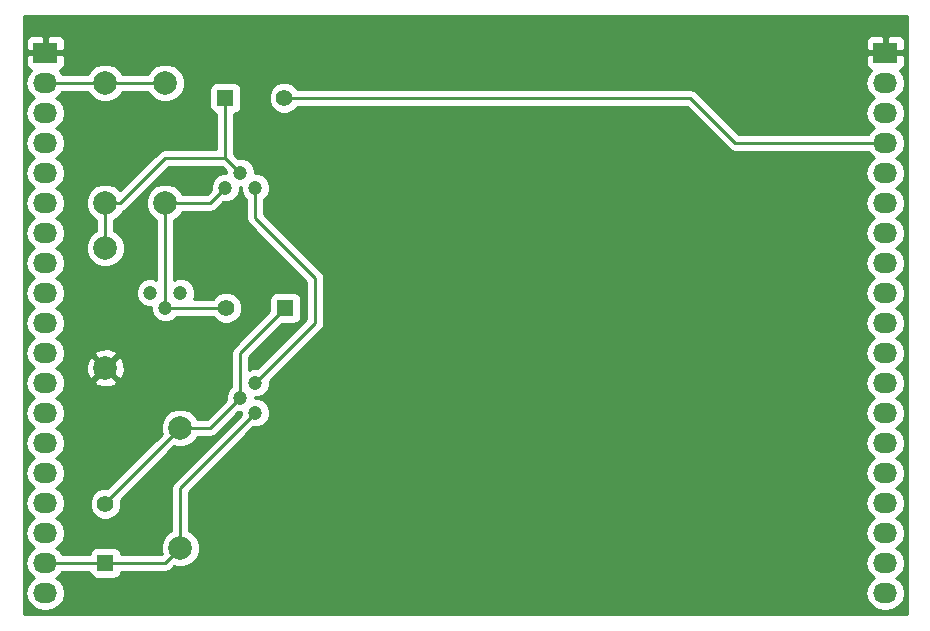
<source format=gbr>
G04 #@! TF.FileFunction,Copper,L1,Top,Signal*
%FSLAX46Y46*%
G04 Gerber Fmt 4.6, Leading zero omitted, Abs format (unit mm)*
G04 Created by KiCad (PCBNEW 4.0.3+e1-6302~38~ubuntu16.04.1-stable) date Thu Aug 25 17:12:23 2016*
%MOMM*%
%LPD*%
G01*
G04 APERTURE LIST*
%ADD10C,0.100000*%
%ADD11R,1.400000X1.400000*%
%ADD12C,1.400000*%
%ADD13C,1.998980*%
%ADD14C,1.200000*%
%ADD15R,2.032000X1.727200*%
%ADD16O,2.032000X1.727200*%
%ADD17C,0.250000*%
%ADD18C,0.254000*%
G04 APERTURE END LIST*
D10*
D11*
X66040000Y-113030000D03*
D12*
X66040000Y-108030000D03*
D13*
X72390000Y-101600000D03*
X72390000Y-111760000D03*
D14*
X78740000Y-97790000D03*
X77470000Y-99060000D03*
X78740000Y-100330000D03*
X69850000Y-90170000D03*
X71120000Y-91440000D03*
X72390000Y-90170000D03*
D11*
X81280000Y-91440000D03*
D12*
X76280000Y-91440000D03*
D14*
X78740000Y-81280000D03*
X77470000Y-80010000D03*
X76200000Y-81280000D03*
D13*
X66040000Y-86360000D03*
X66040000Y-96520000D03*
D11*
X76200000Y-73660000D03*
D12*
X81200000Y-73660000D03*
D13*
X66040000Y-72390000D03*
X66040000Y-82550000D03*
X71120000Y-72390000D03*
X71120000Y-82550000D03*
D15*
X60960000Y-69850000D03*
D16*
X60960000Y-72390000D03*
X60960000Y-74930000D03*
X60960000Y-77470000D03*
X60960000Y-80010000D03*
X60960000Y-82550000D03*
X60960000Y-85090000D03*
X60960000Y-87630000D03*
X60960000Y-90170000D03*
X60960000Y-92710000D03*
X60960000Y-95250000D03*
X60960000Y-97790000D03*
X60960000Y-100330000D03*
X60960000Y-102870000D03*
X60960000Y-105410000D03*
X60960000Y-107950000D03*
X60960000Y-110490000D03*
X60960000Y-113030000D03*
X60960000Y-115570000D03*
D15*
X132080000Y-69850000D03*
D16*
X132080000Y-72390000D03*
X132080000Y-74930000D03*
X132080000Y-77470000D03*
X132080000Y-80010000D03*
X132080000Y-82550000D03*
X132080000Y-85090000D03*
X132080000Y-87630000D03*
X132080000Y-90170000D03*
X132080000Y-92710000D03*
X132080000Y-95250000D03*
X132080000Y-97790000D03*
X132080000Y-100330000D03*
X132080000Y-102870000D03*
X132080000Y-105410000D03*
X132080000Y-107950000D03*
X132080000Y-110490000D03*
X132080000Y-113030000D03*
X132080000Y-115570000D03*
D17*
X66040000Y-86360000D02*
X66040000Y-82550000D01*
X66040000Y-82550000D02*
X67310000Y-82550000D01*
X71120000Y-78740000D02*
X76200000Y-78740000D01*
X67310000Y-82550000D02*
X71120000Y-78740000D01*
X76200000Y-73660000D02*
X76200000Y-78740000D01*
X76200000Y-78740000D02*
X77470000Y-80010000D01*
X132080000Y-77470000D02*
X119380000Y-77470000D01*
X115570000Y-73660000D02*
X119380000Y-77470000D01*
X115570000Y-73660000D02*
X81200000Y-73660000D01*
X66040000Y-108030000D02*
X66040000Y-107950000D01*
X66040000Y-107950000D02*
X72390000Y-101600000D01*
X72390000Y-101600000D02*
X74930000Y-101600000D01*
X74930000Y-101600000D02*
X77470000Y-99060000D01*
X77470000Y-99060000D02*
X77470000Y-95250000D01*
X77470000Y-95250000D02*
X81280000Y-91440000D01*
X71120000Y-91440000D02*
X71120000Y-82550000D01*
X71120000Y-91440000D02*
X76280000Y-91440000D01*
X71120000Y-82550000D02*
X74930000Y-82550000D01*
X74930000Y-82550000D02*
X76200000Y-81280000D01*
X60960000Y-113030000D02*
X66040000Y-113030000D01*
X66040000Y-113030000D02*
X71120000Y-113030000D01*
X71120000Y-113030000D02*
X72390000Y-111760000D01*
X72390000Y-111760000D02*
X72390000Y-106680000D01*
X72390000Y-106680000D02*
X78740000Y-100330000D01*
X60960000Y-72390000D02*
X66040000Y-72390000D01*
X66040000Y-72390000D02*
X71120000Y-72390000D01*
X78740000Y-81280000D02*
X78740000Y-83820000D01*
X83820000Y-92710000D02*
X78740000Y-97790000D01*
X83820000Y-88900000D02*
X83820000Y-92710000D01*
X78740000Y-83820000D02*
X83820000Y-88900000D01*
D18*
G36*
X133910000Y-117400000D02*
X59130000Y-117400000D01*
X59130000Y-72390000D01*
X59276655Y-72390000D01*
X59390729Y-72963489D01*
X59715585Y-73449670D01*
X60030366Y-73660000D01*
X59715585Y-73870330D01*
X59390729Y-74356511D01*
X59276655Y-74930000D01*
X59390729Y-75503489D01*
X59715585Y-75989670D01*
X60030366Y-76200000D01*
X59715585Y-76410330D01*
X59390729Y-76896511D01*
X59276655Y-77470000D01*
X59390729Y-78043489D01*
X59715585Y-78529670D01*
X60030366Y-78740000D01*
X59715585Y-78950330D01*
X59390729Y-79436511D01*
X59276655Y-80010000D01*
X59390729Y-80583489D01*
X59715585Y-81069670D01*
X60030366Y-81280000D01*
X59715585Y-81490330D01*
X59390729Y-81976511D01*
X59276655Y-82550000D01*
X59390729Y-83123489D01*
X59715585Y-83609670D01*
X60030366Y-83820000D01*
X59715585Y-84030330D01*
X59390729Y-84516511D01*
X59276655Y-85090000D01*
X59390729Y-85663489D01*
X59715585Y-86149670D01*
X60030366Y-86360000D01*
X59715585Y-86570330D01*
X59390729Y-87056511D01*
X59276655Y-87630000D01*
X59390729Y-88203489D01*
X59715585Y-88689670D01*
X60030366Y-88900000D01*
X59715585Y-89110330D01*
X59390729Y-89596511D01*
X59276655Y-90170000D01*
X59390729Y-90743489D01*
X59715585Y-91229670D01*
X60030366Y-91440000D01*
X59715585Y-91650330D01*
X59390729Y-92136511D01*
X59276655Y-92710000D01*
X59390729Y-93283489D01*
X59715585Y-93769670D01*
X60030366Y-93980000D01*
X59715585Y-94190330D01*
X59390729Y-94676511D01*
X59276655Y-95250000D01*
X59390729Y-95823489D01*
X59715585Y-96309670D01*
X60030366Y-96520000D01*
X59715585Y-96730330D01*
X59390729Y-97216511D01*
X59276655Y-97790000D01*
X59390729Y-98363489D01*
X59715585Y-98849670D01*
X60030366Y-99060000D01*
X59715585Y-99270330D01*
X59390729Y-99756511D01*
X59276655Y-100330000D01*
X59390729Y-100903489D01*
X59715585Y-101389670D01*
X60030366Y-101600000D01*
X59715585Y-101810330D01*
X59390729Y-102296511D01*
X59276655Y-102870000D01*
X59390729Y-103443489D01*
X59715585Y-103929670D01*
X60030366Y-104140000D01*
X59715585Y-104350330D01*
X59390729Y-104836511D01*
X59276655Y-105410000D01*
X59390729Y-105983489D01*
X59715585Y-106469670D01*
X60030366Y-106680000D01*
X59715585Y-106890330D01*
X59390729Y-107376511D01*
X59276655Y-107950000D01*
X59390729Y-108523489D01*
X59715585Y-109009670D01*
X60030366Y-109220000D01*
X59715585Y-109430330D01*
X59390729Y-109916511D01*
X59276655Y-110490000D01*
X59390729Y-111063489D01*
X59715585Y-111549670D01*
X60030366Y-111760000D01*
X59715585Y-111970330D01*
X59390729Y-112456511D01*
X59276655Y-113030000D01*
X59390729Y-113603489D01*
X59715585Y-114089670D01*
X60030366Y-114300000D01*
X59715585Y-114510330D01*
X59390729Y-114996511D01*
X59276655Y-115570000D01*
X59390729Y-116143489D01*
X59715585Y-116629670D01*
X60201766Y-116954526D01*
X60775255Y-117068600D01*
X61144745Y-117068600D01*
X61718234Y-116954526D01*
X62204415Y-116629670D01*
X62529271Y-116143489D01*
X62643345Y-115570000D01*
X62529271Y-114996511D01*
X62204415Y-114510330D01*
X61889634Y-114300000D01*
X62204415Y-114089670D01*
X62404648Y-113790000D01*
X64703850Y-113790000D01*
X64736838Y-113965317D01*
X64875910Y-114181441D01*
X65088110Y-114326431D01*
X65340000Y-114377440D01*
X66740000Y-114377440D01*
X66975317Y-114333162D01*
X67191441Y-114194090D01*
X67336431Y-113981890D01*
X67375290Y-113790000D01*
X71120000Y-113790000D01*
X71410839Y-113732148D01*
X71657401Y-113567401D01*
X71898917Y-113325885D01*
X72063453Y-113394206D01*
X72713694Y-113394774D01*
X73314655Y-113146462D01*
X73774846Y-112687073D01*
X74024206Y-112086547D01*
X74024774Y-111436306D01*
X73776462Y-110835345D01*
X73317073Y-110375154D01*
X73150000Y-110305779D01*
X73150000Y-106994802D01*
X78579941Y-101564861D01*
X78984579Y-101565214D01*
X79438657Y-101377592D01*
X79786371Y-101030485D01*
X79974785Y-100576734D01*
X79975214Y-100085421D01*
X79787592Y-99631343D01*
X79440485Y-99283629D01*
X78986734Y-99095215D01*
X78704970Y-99094969D01*
X78705031Y-99024970D01*
X78984579Y-99025214D01*
X79438657Y-98837592D01*
X79786371Y-98490485D01*
X79974785Y-98036734D01*
X79975140Y-97629662D01*
X84357401Y-93247401D01*
X84522148Y-93000839D01*
X84580000Y-92710000D01*
X84580000Y-88900000D01*
X84522148Y-88609161D01*
X84357401Y-88362599D01*
X79500000Y-83505198D01*
X79500000Y-82266356D01*
X79786371Y-81980485D01*
X79974785Y-81526734D01*
X79975214Y-81035421D01*
X79787592Y-80581343D01*
X79440485Y-80233629D01*
X78986734Y-80045215D01*
X78704970Y-80044969D01*
X78705214Y-79765421D01*
X78517592Y-79311343D01*
X78170485Y-78963629D01*
X77716734Y-78775215D01*
X77309662Y-78774860D01*
X76960000Y-78425198D01*
X76960000Y-74996150D01*
X77135317Y-74963162D01*
X77351441Y-74824090D01*
X77496431Y-74611890D01*
X77547440Y-74360000D01*
X77547440Y-73924383D01*
X79864769Y-73924383D01*
X80067582Y-74415229D01*
X80442796Y-74791098D01*
X80933287Y-74994768D01*
X81464383Y-74995231D01*
X81955229Y-74792418D01*
X82328297Y-74420000D01*
X115255198Y-74420000D01*
X118842599Y-78007401D01*
X119089161Y-78172148D01*
X119380000Y-78230000D01*
X130635352Y-78230000D01*
X130835585Y-78529670D01*
X131150366Y-78740000D01*
X130835585Y-78950330D01*
X130510729Y-79436511D01*
X130396655Y-80010000D01*
X130510729Y-80583489D01*
X130835585Y-81069670D01*
X131150366Y-81280000D01*
X130835585Y-81490330D01*
X130510729Y-81976511D01*
X130396655Y-82550000D01*
X130510729Y-83123489D01*
X130835585Y-83609670D01*
X131150366Y-83820000D01*
X130835585Y-84030330D01*
X130510729Y-84516511D01*
X130396655Y-85090000D01*
X130510729Y-85663489D01*
X130835585Y-86149670D01*
X131150366Y-86360000D01*
X130835585Y-86570330D01*
X130510729Y-87056511D01*
X130396655Y-87630000D01*
X130510729Y-88203489D01*
X130835585Y-88689670D01*
X131150366Y-88900000D01*
X130835585Y-89110330D01*
X130510729Y-89596511D01*
X130396655Y-90170000D01*
X130510729Y-90743489D01*
X130835585Y-91229670D01*
X131150366Y-91440000D01*
X130835585Y-91650330D01*
X130510729Y-92136511D01*
X130396655Y-92710000D01*
X130510729Y-93283489D01*
X130835585Y-93769670D01*
X131150366Y-93980000D01*
X130835585Y-94190330D01*
X130510729Y-94676511D01*
X130396655Y-95250000D01*
X130510729Y-95823489D01*
X130835585Y-96309670D01*
X131150366Y-96520000D01*
X130835585Y-96730330D01*
X130510729Y-97216511D01*
X130396655Y-97790000D01*
X130510729Y-98363489D01*
X130835585Y-98849670D01*
X131150366Y-99060000D01*
X130835585Y-99270330D01*
X130510729Y-99756511D01*
X130396655Y-100330000D01*
X130510729Y-100903489D01*
X130835585Y-101389670D01*
X131150366Y-101600000D01*
X130835585Y-101810330D01*
X130510729Y-102296511D01*
X130396655Y-102870000D01*
X130510729Y-103443489D01*
X130835585Y-103929670D01*
X131150366Y-104140000D01*
X130835585Y-104350330D01*
X130510729Y-104836511D01*
X130396655Y-105410000D01*
X130510729Y-105983489D01*
X130835585Y-106469670D01*
X131150366Y-106680000D01*
X130835585Y-106890330D01*
X130510729Y-107376511D01*
X130396655Y-107950000D01*
X130510729Y-108523489D01*
X130835585Y-109009670D01*
X131150366Y-109220000D01*
X130835585Y-109430330D01*
X130510729Y-109916511D01*
X130396655Y-110490000D01*
X130510729Y-111063489D01*
X130835585Y-111549670D01*
X131150366Y-111760000D01*
X130835585Y-111970330D01*
X130510729Y-112456511D01*
X130396655Y-113030000D01*
X130510729Y-113603489D01*
X130835585Y-114089670D01*
X131150366Y-114300000D01*
X130835585Y-114510330D01*
X130510729Y-114996511D01*
X130396655Y-115570000D01*
X130510729Y-116143489D01*
X130835585Y-116629670D01*
X131321766Y-116954526D01*
X131895255Y-117068600D01*
X132264745Y-117068600D01*
X132838234Y-116954526D01*
X133324415Y-116629670D01*
X133649271Y-116143489D01*
X133763345Y-115570000D01*
X133649271Y-114996511D01*
X133324415Y-114510330D01*
X133009634Y-114300000D01*
X133324415Y-114089670D01*
X133649271Y-113603489D01*
X133763345Y-113030000D01*
X133649271Y-112456511D01*
X133324415Y-111970330D01*
X133009634Y-111760000D01*
X133324415Y-111549670D01*
X133649271Y-111063489D01*
X133763345Y-110490000D01*
X133649271Y-109916511D01*
X133324415Y-109430330D01*
X133009634Y-109220000D01*
X133324415Y-109009670D01*
X133649271Y-108523489D01*
X133763345Y-107950000D01*
X133649271Y-107376511D01*
X133324415Y-106890330D01*
X133009634Y-106680000D01*
X133324415Y-106469670D01*
X133649271Y-105983489D01*
X133763345Y-105410000D01*
X133649271Y-104836511D01*
X133324415Y-104350330D01*
X133009634Y-104140000D01*
X133324415Y-103929670D01*
X133649271Y-103443489D01*
X133763345Y-102870000D01*
X133649271Y-102296511D01*
X133324415Y-101810330D01*
X133009634Y-101600000D01*
X133324415Y-101389670D01*
X133649271Y-100903489D01*
X133763345Y-100330000D01*
X133649271Y-99756511D01*
X133324415Y-99270330D01*
X133009634Y-99060000D01*
X133324415Y-98849670D01*
X133649271Y-98363489D01*
X133763345Y-97790000D01*
X133649271Y-97216511D01*
X133324415Y-96730330D01*
X133009634Y-96520000D01*
X133324415Y-96309670D01*
X133649271Y-95823489D01*
X133763345Y-95250000D01*
X133649271Y-94676511D01*
X133324415Y-94190330D01*
X133009634Y-93980000D01*
X133324415Y-93769670D01*
X133649271Y-93283489D01*
X133763345Y-92710000D01*
X133649271Y-92136511D01*
X133324415Y-91650330D01*
X133009634Y-91440000D01*
X133324415Y-91229670D01*
X133649271Y-90743489D01*
X133763345Y-90170000D01*
X133649271Y-89596511D01*
X133324415Y-89110330D01*
X133009634Y-88900000D01*
X133324415Y-88689670D01*
X133649271Y-88203489D01*
X133763345Y-87630000D01*
X133649271Y-87056511D01*
X133324415Y-86570330D01*
X133009634Y-86360000D01*
X133324415Y-86149670D01*
X133649271Y-85663489D01*
X133763345Y-85090000D01*
X133649271Y-84516511D01*
X133324415Y-84030330D01*
X133009634Y-83820000D01*
X133324415Y-83609670D01*
X133649271Y-83123489D01*
X133763345Y-82550000D01*
X133649271Y-81976511D01*
X133324415Y-81490330D01*
X133009634Y-81280000D01*
X133324415Y-81069670D01*
X133649271Y-80583489D01*
X133763345Y-80010000D01*
X133649271Y-79436511D01*
X133324415Y-78950330D01*
X133009634Y-78740000D01*
X133324415Y-78529670D01*
X133649271Y-78043489D01*
X133763345Y-77470000D01*
X133649271Y-76896511D01*
X133324415Y-76410330D01*
X133009634Y-76200000D01*
X133324415Y-75989670D01*
X133649271Y-75503489D01*
X133763345Y-74930000D01*
X133649271Y-74356511D01*
X133324415Y-73870330D01*
X133009634Y-73660000D01*
X133324415Y-73449670D01*
X133649271Y-72963489D01*
X133763345Y-72390000D01*
X133649271Y-71816511D01*
X133324415Y-71330330D01*
X133302220Y-71315500D01*
X133455699Y-71251927D01*
X133634327Y-71073298D01*
X133731000Y-70839909D01*
X133731000Y-70135750D01*
X133572250Y-69977000D01*
X132207000Y-69977000D01*
X132207000Y-69997000D01*
X131953000Y-69997000D01*
X131953000Y-69977000D01*
X130587750Y-69977000D01*
X130429000Y-70135750D01*
X130429000Y-70839909D01*
X130525673Y-71073298D01*
X130704301Y-71251927D01*
X130857780Y-71315500D01*
X130835585Y-71330330D01*
X130510729Y-71816511D01*
X130396655Y-72390000D01*
X130510729Y-72963489D01*
X130835585Y-73449670D01*
X131150366Y-73660000D01*
X130835585Y-73870330D01*
X130510729Y-74356511D01*
X130396655Y-74930000D01*
X130510729Y-75503489D01*
X130835585Y-75989670D01*
X131150366Y-76200000D01*
X130835585Y-76410330D01*
X130635352Y-76710000D01*
X119694802Y-76710000D01*
X116107401Y-73122599D01*
X115860839Y-72957852D01*
X115570000Y-72900000D01*
X82327655Y-72900000D01*
X81957204Y-72528902D01*
X81466713Y-72325232D01*
X80935617Y-72324769D01*
X80444771Y-72527582D01*
X80068902Y-72902796D01*
X79865232Y-73393287D01*
X79864769Y-73924383D01*
X77547440Y-73924383D01*
X77547440Y-72960000D01*
X77503162Y-72724683D01*
X77364090Y-72508559D01*
X77151890Y-72363569D01*
X76900000Y-72312560D01*
X75500000Y-72312560D01*
X75264683Y-72356838D01*
X75048559Y-72495910D01*
X74903569Y-72708110D01*
X74852560Y-72960000D01*
X74852560Y-74360000D01*
X74896838Y-74595317D01*
X75035910Y-74811441D01*
X75248110Y-74956431D01*
X75440000Y-74995290D01*
X75440000Y-77980000D01*
X71120000Y-77980000D01*
X70829161Y-78037852D01*
X70582599Y-78202599D01*
X67293274Y-81491924D01*
X66967073Y-81165154D01*
X66366547Y-80915794D01*
X65716306Y-80915226D01*
X65115345Y-81163538D01*
X64655154Y-81622927D01*
X64405794Y-82223453D01*
X64405226Y-82873694D01*
X64653538Y-83474655D01*
X65112927Y-83934846D01*
X65280000Y-84004221D01*
X65280000Y-84905504D01*
X65115345Y-84973538D01*
X64655154Y-85432927D01*
X64405794Y-86033453D01*
X64405226Y-86683694D01*
X64653538Y-87284655D01*
X65112927Y-87744846D01*
X65713453Y-87994206D01*
X66363694Y-87994774D01*
X66964655Y-87746462D01*
X67424846Y-87287073D01*
X67674206Y-86686547D01*
X67674774Y-86036306D01*
X67426462Y-85435345D01*
X66967073Y-84975154D01*
X66800000Y-84905779D01*
X66800000Y-84004496D01*
X66964655Y-83936462D01*
X67424846Y-83477073D01*
X67510807Y-83270057D01*
X67600839Y-83252148D01*
X67847401Y-83087401D01*
X71434802Y-79500000D01*
X75885198Y-79500000D01*
X76235139Y-79849941D01*
X76234969Y-80045030D01*
X75955421Y-80044786D01*
X75501343Y-80232408D01*
X75153629Y-80579515D01*
X74965215Y-81033266D01*
X74964860Y-81440338D01*
X74615198Y-81790000D01*
X72574496Y-81790000D01*
X72506462Y-81625345D01*
X72047073Y-81165154D01*
X71446547Y-80915794D01*
X70796306Y-80915226D01*
X70195345Y-81163538D01*
X69735154Y-81622927D01*
X69485794Y-82223453D01*
X69485226Y-82873694D01*
X69733538Y-83474655D01*
X70192927Y-83934846D01*
X70360000Y-84004221D01*
X70360000Y-89044533D01*
X70096734Y-88935215D01*
X69605421Y-88934786D01*
X69151343Y-89122408D01*
X68803629Y-89469515D01*
X68615215Y-89923266D01*
X68614786Y-90414579D01*
X68802408Y-90868657D01*
X69149515Y-91216371D01*
X69603266Y-91404785D01*
X69885030Y-91405031D01*
X69884786Y-91684579D01*
X70072408Y-92138657D01*
X70419515Y-92486371D01*
X70873266Y-92674785D01*
X71364579Y-92675214D01*
X71818657Y-92487592D01*
X72106752Y-92200000D01*
X75152345Y-92200000D01*
X75522796Y-92571098D01*
X76013287Y-92774768D01*
X76544383Y-92775231D01*
X77035229Y-92572418D01*
X77411098Y-92197204D01*
X77614768Y-91706713D01*
X77615231Y-91175617D01*
X77412418Y-90684771D01*
X77037204Y-90308902D01*
X76546713Y-90105232D01*
X76015617Y-90104769D01*
X75524771Y-90307582D01*
X75151703Y-90680000D01*
X73515467Y-90680000D01*
X73624785Y-90416734D01*
X73625214Y-89925421D01*
X73437592Y-89471343D01*
X73090485Y-89123629D01*
X72636734Y-88935215D01*
X72145421Y-88934786D01*
X71880000Y-89044456D01*
X71880000Y-84004496D01*
X72044655Y-83936462D01*
X72504846Y-83477073D01*
X72574221Y-83310000D01*
X74930000Y-83310000D01*
X75220839Y-83252148D01*
X75467401Y-83087401D01*
X76039941Y-82514861D01*
X76444579Y-82515214D01*
X76898657Y-82327592D01*
X77246371Y-81980485D01*
X77434785Y-81526734D01*
X77435031Y-81244970D01*
X77505030Y-81245031D01*
X77504786Y-81524579D01*
X77692408Y-81978657D01*
X77980000Y-82266752D01*
X77980000Y-83820000D01*
X78037852Y-84110839D01*
X78202599Y-84357401D01*
X83060000Y-89214802D01*
X83060000Y-92395198D01*
X78900059Y-96555139D01*
X78495421Y-96554786D01*
X78230000Y-96664456D01*
X78230000Y-95564802D01*
X81007362Y-92787440D01*
X81980000Y-92787440D01*
X82215317Y-92743162D01*
X82431441Y-92604090D01*
X82576431Y-92391890D01*
X82627440Y-92140000D01*
X82627440Y-90740000D01*
X82583162Y-90504683D01*
X82444090Y-90288559D01*
X82231890Y-90143569D01*
X81980000Y-90092560D01*
X80580000Y-90092560D01*
X80344683Y-90136838D01*
X80128559Y-90275910D01*
X79983569Y-90488110D01*
X79932560Y-90740000D01*
X79932560Y-91712638D01*
X76932599Y-94712599D01*
X76767852Y-94959161D01*
X76710000Y-95250000D01*
X76710000Y-98073644D01*
X76423629Y-98359515D01*
X76235215Y-98813266D01*
X76234860Y-99220338D01*
X74615198Y-100840000D01*
X73844496Y-100840000D01*
X73776462Y-100675345D01*
X73317073Y-100215154D01*
X72716547Y-99965794D01*
X72066306Y-99965226D01*
X71465345Y-100213538D01*
X71005154Y-100672927D01*
X70755794Y-101273453D01*
X70755226Y-101923694D01*
X70824309Y-102090889D01*
X66220042Y-106695156D01*
X65775617Y-106694769D01*
X65284771Y-106897582D01*
X64908902Y-107272796D01*
X64705232Y-107763287D01*
X64704769Y-108294383D01*
X64907582Y-108785229D01*
X65282796Y-109161098D01*
X65773287Y-109364768D01*
X66304383Y-109365231D01*
X66795229Y-109162418D01*
X67171098Y-108787204D01*
X67374768Y-108296713D01*
X67375231Y-107765617D01*
X67352997Y-107711805D01*
X71898917Y-103165885D01*
X72063453Y-103234206D01*
X72713694Y-103234774D01*
X73314655Y-102986462D01*
X73774846Y-102527073D01*
X73844221Y-102360000D01*
X74930000Y-102360000D01*
X75220839Y-102302148D01*
X75467401Y-102137401D01*
X77309941Y-100294861D01*
X77505030Y-100295031D01*
X77504860Y-100490338D01*
X71852599Y-106142599D01*
X71687852Y-106389161D01*
X71630000Y-106680000D01*
X71630000Y-110305504D01*
X71465345Y-110373538D01*
X71005154Y-110832927D01*
X70755794Y-111433453D01*
X70755226Y-112083694D01*
X70824309Y-112250889D01*
X70805198Y-112270000D01*
X67376150Y-112270000D01*
X67343162Y-112094683D01*
X67204090Y-111878559D01*
X66991890Y-111733569D01*
X66740000Y-111682560D01*
X65340000Y-111682560D01*
X65104683Y-111726838D01*
X64888559Y-111865910D01*
X64743569Y-112078110D01*
X64704710Y-112270000D01*
X62404648Y-112270000D01*
X62204415Y-111970330D01*
X61889634Y-111760000D01*
X62204415Y-111549670D01*
X62529271Y-111063489D01*
X62643345Y-110490000D01*
X62529271Y-109916511D01*
X62204415Y-109430330D01*
X61889634Y-109220000D01*
X62204415Y-109009670D01*
X62529271Y-108523489D01*
X62643345Y-107950000D01*
X62529271Y-107376511D01*
X62204415Y-106890330D01*
X61889634Y-106680000D01*
X62204415Y-106469670D01*
X62529271Y-105983489D01*
X62643345Y-105410000D01*
X62529271Y-104836511D01*
X62204415Y-104350330D01*
X61889634Y-104140000D01*
X62204415Y-103929670D01*
X62529271Y-103443489D01*
X62643345Y-102870000D01*
X62529271Y-102296511D01*
X62204415Y-101810330D01*
X61889634Y-101600000D01*
X62204415Y-101389670D01*
X62529271Y-100903489D01*
X62643345Y-100330000D01*
X62529271Y-99756511D01*
X62204415Y-99270330D01*
X61889634Y-99060000D01*
X62204415Y-98849670D01*
X62529271Y-98363489D01*
X62643345Y-97790000D01*
X62619906Y-97672163D01*
X65067443Y-97672163D01*
X65166042Y-97938965D01*
X65775582Y-98165401D01*
X66425377Y-98141341D01*
X66913958Y-97938965D01*
X67012557Y-97672163D01*
X66040000Y-96699605D01*
X65067443Y-97672163D01*
X62619906Y-97672163D01*
X62529271Y-97216511D01*
X62204415Y-96730330D01*
X61889634Y-96520000D01*
X62204415Y-96309670D01*
X62240555Y-96255582D01*
X64394599Y-96255582D01*
X64418659Y-96905377D01*
X64621035Y-97393958D01*
X64887837Y-97492557D01*
X65860395Y-96520000D01*
X66219605Y-96520000D01*
X67192163Y-97492557D01*
X67458965Y-97393958D01*
X67685401Y-96784418D01*
X67661341Y-96134623D01*
X67458965Y-95646042D01*
X67192163Y-95547443D01*
X66219605Y-96520000D01*
X65860395Y-96520000D01*
X64887837Y-95547443D01*
X64621035Y-95646042D01*
X64394599Y-96255582D01*
X62240555Y-96255582D01*
X62529271Y-95823489D01*
X62619905Y-95367837D01*
X65067443Y-95367837D01*
X66040000Y-96340395D01*
X67012557Y-95367837D01*
X66913958Y-95101035D01*
X66304418Y-94874599D01*
X65654623Y-94898659D01*
X65166042Y-95101035D01*
X65067443Y-95367837D01*
X62619905Y-95367837D01*
X62643345Y-95250000D01*
X62529271Y-94676511D01*
X62204415Y-94190330D01*
X61889634Y-93980000D01*
X62204415Y-93769670D01*
X62529271Y-93283489D01*
X62643345Y-92710000D01*
X62529271Y-92136511D01*
X62204415Y-91650330D01*
X61889634Y-91440000D01*
X62204415Y-91229670D01*
X62529271Y-90743489D01*
X62643345Y-90170000D01*
X62529271Y-89596511D01*
X62204415Y-89110330D01*
X61889634Y-88900000D01*
X62204415Y-88689670D01*
X62529271Y-88203489D01*
X62643345Y-87630000D01*
X62529271Y-87056511D01*
X62204415Y-86570330D01*
X61889634Y-86360000D01*
X62204415Y-86149670D01*
X62529271Y-85663489D01*
X62643345Y-85090000D01*
X62529271Y-84516511D01*
X62204415Y-84030330D01*
X61889634Y-83820000D01*
X62204415Y-83609670D01*
X62529271Y-83123489D01*
X62643345Y-82550000D01*
X62529271Y-81976511D01*
X62204415Y-81490330D01*
X61889634Y-81280000D01*
X62204415Y-81069670D01*
X62529271Y-80583489D01*
X62643345Y-80010000D01*
X62529271Y-79436511D01*
X62204415Y-78950330D01*
X61889634Y-78740000D01*
X62204415Y-78529670D01*
X62529271Y-78043489D01*
X62643345Y-77470000D01*
X62529271Y-76896511D01*
X62204415Y-76410330D01*
X61889634Y-76200000D01*
X62204415Y-75989670D01*
X62529271Y-75503489D01*
X62643345Y-74930000D01*
X62529271Y-74356511D01*
X62204415Y-73870330D01*
X61889634Y-73660000D01*
X62204415Y-73449670D01*
X62404648Y-73150000D01*
X64585504Y-73150000D01*
X64653538Y-73314655D01*
X65112927Y-73774846D01*
X65713453Y-74024206D01*
X66363694Y-74024774D01*
X66964655Y-73776462D01*
X67424846Y-73317073D01*
X67494221Y-73150000D01*
X69665504Y-73150000D01*
X69733538Y-73314655D01*
X70192927Y-73774846D01*
X70793453Y-74024206D01*
X71443694Y-74024774D01*
X72044655Y-73776462D01*
X72504846Y-73317073D01*
X72754206Y-72716547D01*
X72754774Y-72066306D01*
X72506462Y-71465345D01*
X72047073Y-71005154D01*
X71446547Y-70755794D01*
X70796306Y-70755226D01*
X70195345Y-71003538D01*
X69735154Y-71462927D01*
X69665779Y-71630000D01*
X67494496Y-71630000D01*
X67426462Y-71465345D01*
X66967073Y-71005154D01*
X66366547Y-70755794D01*
X65716306Y-70755226D01*
X65115345Y-71003538D01*
X64655154Y-71462927D01*
X64585779Y-71630000D01*
X62404648Y-71630000D01*
X62204415Y-71330330D01*
X62182220Y-71315500D01*
X62335699Y-71251927D01*
X62514327Y-71073298D01*
X62611000Y-70839909D01*
X62611000Y-70135750D01*
X62452250Y-69977000D01*
X61087000Y-69977000D01*
X61087000Y-69997000D01*
X60833000Y-69997000D01*
X60833000Y-69977000D01*
X59467750Y-69977000D01*
X59309000Y-70135750D01*
X59309000Y-70839909D01*
X59405673Y-71073298D01*
X59584301Y-71251927D01*
X59737780Y-71315500D01*
X59715585Y-71330330D01*
X59390729Y-71816511D01*
X59276655Y-72390000D01*
X59130000Y-72390000D01*
X59130000Y-68860091D01*
X59309000Y-68860091D01*
X59309000Y-69564250D01*
X59467750Y-69723000D01*
X60833000Y-69723000D01*
X60833000Y-68510150D01*
X61087000Y-68510150D01*
X61087000Y-69723000D01*
X62452250Y-69723000D01*
X62611000Y-69564250D01*
X62611000Y-68860091D01*
X130429000Y-68860091D01*
X130429000Y-69564250D01*
X130587750Y-69723000D01*
X131953000Y-69723000D01*
X131953000Y-68510150D01*
X132207000Y-68510150D01*
X132207000Y-69723000D01*
X133572250Y-69723000D01*
X133731000Y-69564250D01*
X133731000Y-68860091D01*
X133634327Y-68626702D01*
X133455699Y-68448073D01*
X133222310Y-68351400D01*
X132365750Y-68351400D01*
X132207000Y-68510150D01*
X131953000Y-68510150D01*
X131794250Y-68351400D01*
X130937690Y-68351400D01*
X130704301Y-68448073D01*
X130525673Y-68626702D01*
X130429000Y-68860091D01*
X62611000Y-68860091D01*
X62514327Y-68626702D01*
X62335699Y-68448073D01*
X62102310Y-68351400D01*
X61245750Y-68351400D01*
X61087000Y-68510150D01*
X60833000Y-68510150D01*
X60674250Y-68351400D01*
X59817690Y-68351400D01*
X59584301Y-68448073D01*
X59405673Y-68626702D01*
X59309000Y-68860091D01*
X59130000Y-68860091D01*
X59130000Y-66750000D01*
X133910000Y-66750000D01*
X133910000Y-117400000D01*
X133910000Y-117400000D01*
G37*
X133910000Y-117400000D02*
X59130000Y-117400000D01*
X59130000Y-72390000D01*
X59276655Y-72390000D01*
X59390729Y-72963489D01*
X59715585Y-73449670D01*
X60030366Y-73660000D01*
X59715585Y-73870330D01*
X59390729Y-74356511D01*
X59276655Y-74930000D01*
X59390729Y-75503489D01*
X59715585Y-75989670D01*
X60030366Y-76200000D01*
X59715585Y-76410330D01*
X59390729Y-76896511D01*
X59276655Y-77470000D01*
X59390729Y-78043489D01*
X59715585Y-78529670D01*
X60030366Y-78740000D01*
X59715585Y-78950330D01*
X59390729Y-79436511D01*
X59276655Y-80010000D01*
X59390729Y-80583489D01*
X59715585Y-81069670D01*
X60030366Y-81280000D01*
X59715585Y-81490330D01*
X59390729Y-81976511D01*
X59276655Y-82550000D01*
X59390729Y-83123489D01*
X59715585Y-83609670D01*
X60030366Y-83820000D01*
X59715585Y-84030330D01*
X59390729Y-84516511D01*
X59276655Y-85090000D01*
X59390729Y-85663489D01*
X59715585Y-86149670D01*
X60030366Y-86360000D01*
X59715585Y-86570330D01*
X59390729Y-87056511D01*
X59276655Y-87630000D01*
X59390729Y-88203489D01*
X59715585Y-88689670D01*
X60030366Y-88900000D01*
X59715585Y-89110330D01*
X59390729Y-89596511D01*
X59276655Y-90170000D01*
X59390729Y-90743489D01*
X59715585Y-91229670D01*
X60030366Y-91440000D01*
X59715585Y-91650330D01*
X59390729Y-92136511D01*
X59276655Y-92710000D01*
X59390729Y-93283489D01*
X59715585Y-93769670D01*
X60030366Y-93980000D01*
X59715585Y-94190330D01*
X59390729Y-94676511D01*
X59276655Y-95250000D01*
X59390729Y-95823489D01*
X59715585Y-96309670D01*
X60030366Y-96520000D01*
X59715585Y-96730330D01*
X59390729Y-97216511D01*
X59276655Y-97790000D01*
X59390729Y-98363489D01*
X59715585Y-98849670D01*
X60030366Y-99060000D01*
X59715585Y-99270330D01*
X59390729Y-99756511D01*
X59276655Y-100330000D01*
X59390729Y-100903489D01*
X59715585Y-101389670D01*
X60030366Y-101600000D01*
X59715585Y-101810330D01*
X59390729Y-102296511D01*
X59276655Y-102870000D01*
X59390729Y-103443489D01*
X59715585Y-103929670D01*
X60030366Y-104140000D01*
X59715585Y-104350330D01*
X59390729Y-104836511D01*
X59276655Y-105410000D01*
X59390729Y-105983489D01*
X59715585Y-106469670D01*
X60030366Y-106680000D01*
X59715585Y-106890330D01*
X59390729Y-107376511D01*
X59276655Y-107950000D01*
X59390729Y-108523489D01*
X59715585Y-109009670D01*
X60030366Y-109220000D01*
X59715585Y-109430330D01*
X59390729Y-109916511D01*
X59276655Y-110490000D01*
X59390729Y-111063489D01*
X59715585Y-111549670D01*
X60030366Y-111760000D01*
X59715585Y-111970330D01*
X59390729Y-112456511D01*
X59276655Y-113030000D01*
X59390729Y-113603489D01*
X59715585Y-114089670D01*
X60030366Y-114300000D01*
X59715585Y-114510330D01*
X59390729Y-114996511D01*
X59276655Y-115570000D01*
X59390729Y-116143489D01*
X59715585Y-116629670D01*
X60201766Y-116954526D01*
X60775255Y-117068600D01*
X61144745Y-117068600D01*
X61718234Y-116954526D01*
X62204415Y-116629670D01*
X62529271Y-116143489D01*
X62643345Y-115570000D01*
X62529271Y-114996511D01*
X62204415Y-114510330D01*
X61889634Y-114300000D01*
X62204415Y-114089670D01*
X62404648Y-113790000D01*
X64703850Y-113790000D01*
X64736838Y-113965317D01*
X64875910Y-114181441D01*
X65088110Y-114326431D01*
X65340000Y-114377440D01*
X66740000Y-114377440D01*
X66975317Y-114333162D01*
X67191441Y-114194090D01*
X67336431Y-113981890D01*
X67375290Y-113790000D01*
X71120000Y-113790000D01*
X71410839Y-113732148D01*
X71657401Y-113567401D01*
X71898917Y-113325885D01*
X72063453Y-113394206D01*
X72713694Y-113394774D01*
X73314655Y-113146462D01*
X73774846Y-112687073D01*
X74024206Y-112086547D01*
X74024774Y-111436306D01*
X73776462Y-110835345D01*
X73317073Y-110375154D01*
X73150000Y-110305779D01*
X73150000Y-106994802D01*
X78579941Y-101564861D01*
X78984579Y-101565214D01*
X79438657Y-101377592D01*
X79786371Y-101030485D01*
X79974785Y-100576734D01*
X79975214Y-100085421D01*
X79787592Y-99631343D01*
X79440485Y-99283629D01*
X78986734Y-99095215D01*
X78704970Y-99094969D01*
X78705031Y-99024970D01*
X78984579Y-99025214D01*
X79438657Y-98837592D01*
X79786371Y-98490485D01*
X79974785Y-98036734D01*
X79975140Y-97629662D01*
X84357401Y-93247401D01*
X84522148Y-93000839D01*
X84580000Y-92710000D01*
X84580000Y-88900000D01*
X84522148Y-88609161D01*
X84357401Y-88362599D01*
X79500000Y-83505198D01*
X79500000Y-82266356D01*
X79786371Y-81980485D01*
X79974785Y-81526734D01*
X79975214Y-81035421D01*
X79787592Y-80581343D01*
X79440485Y-80233629D01*
X78986734Y-80045215D01*
X78704970Y-80044969D01*
X78705214Y-79765421D01*
X78517592Y-79311343D01*
X78170485Y-78963629D01*
X77716734Y-78775215D01*
X77309662Y-78774860D01*
X76960000Y-78425198D01*
X76960000Y-74996150D01*
X77135317Y-74963162D01*
X77351441Y-74824090D01*
X77496431Y-74611890D01*
X77547440Y-74360000D01*
X77547440Y-73924383D01*
X79864769Y-73924383D01*
X80067582Y-74415229D01*
X80442796Y-74791098D01*
X80933287Y-74994768D01*
X81464383Y-74995231D01*
X81955229Y-74792418D01*
X82328297Y-74420000D01*
X115255198Y-74420000D01*
X118842599Y-78007401D01*
X119089161Y-78172148D01*
X119380000Y-78230000D01*
X130635352Y-78230000D01*
X130835585Y-78529670D01*
X131150366Y-78740000D01*
X130835585Y-78950330D01*
X130510729Y-79436511D01*
X130396655Y-80010000D01*
X130510729Y-80583489D01*
X130835585Y-81069670D01*
X131150366Y-81280000D01*
X130835585Y-81490330D01*
X130510729Y-81976511D01*
X130396655Y-82550000D01*
X130510729Y-83123489D01*
X130835585Y-83609670D01*
X131150366Y-83820000D01*
X130835585Y-84030330D01*
X130510729Y-84516511D01*
X130396655Y-85090000D01*
X130510729Y-85663489D01*
X130835585Y-86149670D01*
X131150366Y-86360000D01*
X130835585Y-86570330D01*
X130510729Y-87056511D01*
X130396655Y-87630000D01*
X130510729Y-88203489D01*
X130835585Y-88689670D01*
X131150366Y-88900000D01*
X130835585Y-89110330D01*
X130510729Y-89596511D01*
X130396655Y-90170000D01*
X130510729Y-90743489D01*
X130835585Y-91229670D01*
X131150366Y-91440000D01*
X130835585Y-91650330D01*
X130510729Y-92136511D01*
X130396655Y-92710000D01*
X130510729Y-93283489D01*
X130835585Y-93769670D01*
X131150366Y-93980000D01*
X130835585Y-94190330D01*
X130510729Y-94676511D01*
X130396655Y-95250000D01*
X130510729Y-95823489D01*
X130835585Y-96309670D01*
X131150366Y-96520000D01*
X130835585Y-96730330D01*
X130510729Y-97216511D01*
X130396655Y-97790000D01*
X130510729Y-98363489D01*
X130835585Y-98849670D01*
X131150366Y-99060000D01*
X130835585Y-99270330D01*
X130510729Y-99756511D01*
X130396655Y-100330000D01*
X130510729Y-100903489D01*
X130835585Y-101389670D01*
X131150366Y-101600000D01*
X130835585Y-101810330D01*
X130510729Y-102296511D01*
X130396655Y-102870000D01*
X130510729Y-103443489D01*
X130835585Y-103929670D01*
X131150366Y-104140000D01*
X130835585Y-104350330D01*
X130510729Y-104836511D01*
X130396655Y-105410000D01*
X130510729Y-105983489D01*
X130835585Y-106469670D01*
X131150366Y-106680000D01*
X130835585Y-106890330D01*
X130510729Y-107376511D01*
X130396655Y-107950000D01*
X130510729Y-108523489D01*
X130835585Y-109009670D01*
X131150366Y-109220000D01*
X130835585Y-109430330D01*
X130510729Y-109916511D01*
X130396655Y-110490000D01*
X130510729Y-111063489D01*
X130835585Y-111549670D01*
X131150366Y-111760000D01*
X130835585Y-111970330D01*
X130510729Y-112456511D01*
X130396655Y-113030000D01*
X130510729Y-113603489D01*
X130835585Y-114089670D01*
X131150366Y-114300000D01*
X130835585Y-114510330D01*
X130510729Y-114996511D01*
X130396655Y-115570000D01*
X130510729Y-116143489D01*
X130835585Y-116629670D01*
X131321766Y-116954526D01*
X131895255Y-117068600D01*
X132264745Y-117068600D01*
X132838234Y-116954526D01*
X133324415Y-116629670D01*
X133649271Y-116143489D01*
X133763345Y-115570000D01*
X133649271Y-114996511D01*
X133324415Y-114510330D01*
X133009634Y-114300000D01*
X133324415Y-114089670D01*
X133649271Y-113603489D01*
X133763345Y-113030000D01*
X133649271Y-112456511D01*
X133324415Y-111970330D01*
X133009634Y-111760000D01*
X133324415Y-111549670D01*
X133649271Y-111063489D01*
X133763345Y-110490000D01*
X133649271Y-109916511D01*
X133324415Y-109430330D01*
X133009634Y-109220000D01*
X133324415Y-109009670D01*
X133649271Y-108523489D01*
X133763345Y-107950000D01*
X133649271Y-107376511D01*
X133324415Y-106890330D01*
X133009634Y-106680000D01*
X133324415Y-106469670D01*
X133649271Y-105983489D01*
X133763345Y-105410000D01*
X133649271Y-104836511D01*
X133324415Y-104350330D01*
X133009634Y-104140000D01*
X133324415Y-103929670D01*
X133649271Y-103443489D01*
X133763345Y-102870000D01*
X133649271Y-102296511D01*
X133324415Y-101810330D01*
X133009634Y-101600000D01*
X133324415Y-101389670D01*
X133649271Y-100903489D01*
X133763345Y-100330000D01*
X133649271Y-99756511D01*
X133324415Y-99270330D01*
X133009634Y-99060000D01*
X133324415Y-98849670D01*
X133649271Y-98363489D01*
X133763345Y-97790000D01*
X133649271Y-97216511D01*
X133324415Y-96730330D01*
X133009634Y-96520000D01*
X133324415Y-96309670D01*
X133649271Y-95823489D01*
X133763345Y-95250000D01*
X133649271Y-94676511D01*
X133324415Y-94190330D01*
X133009634Y-93980000D01*
X133324415Y-93769670D01*
X133649271Y-93283489D01*
X133763345Y-92710000D01*
X133649271Y-92136511D01*
X133324415Y-91650330D01*
X133009634Y-91440000D01*
X133324415Y-91229670D01*
X133649271Y-90743489D01*
X133763345Y-90170000D01*
X133649271Y-89596511D01*
X133324415Y-89110330D01*
X133009634Y-88900000D01*
X133324415Y-88689670D01*
X133649271Y-88203489D01*
X133763345Y-87630000D01*
X133649271Y-87056511D01*
X133324415Y-86570330D01*
X133009634Y-86360000D01*
X133324415Y-86149670D01*
X133649271Y-85663489D01*
X133763345Y-85090000D01*
X133649271Y-84516511D01*
X133324415Y-84030330D01*
X133009634Y-83820000D01*
X133324415Y-83609670D01*
X133649271Y-83123489D01*
X133763345Y-82550000D01*
X133649271Y-81976511D01*
X133324415Y-81490330D01*
X133009634Y-81280000D01*
X133324415Y-81069670D01*
X133649271Y-80583489D01*
X133763345Y-80010000D01*
X133649271Y-79436511D01*
X133324415Y-78950330D01*
X133009634Y-78740000D01*
X133324415Y-78529670D01*
X133649271Y-78043489D01*
X133763345Y-77470000D01*
X133649271Y-76896511D01*
X133324415Y-76410330D01*
X133009634Y-76200000D01*
X133324415Y-75989670D01*
X133649271Y-75503489D01*
X133763345Y-74930000D01*
X133649271Y-74356511D01*
X133324415Y-73870330D01*
X133009634Y-73660000D01*
X133324415Y-73449670D01*
X133649271Y-72963489D01*
X133763345Y-72390000D01*
X133649271Y-71816511D01*
X133324415Y-71330330D01*
X133302220Y-71315500D01*
X133455699Y-71251927D01*
X133634327Y-71073298D01*
X133731000Y-70839909D01*
X133731000Y-70135750D01*
X133572250Y-69977000D01*
X132207000Y-69977000D01*
X132207000Y-69997000D01*
X131953000Y-69997000D01*
X131953000Y-69977000D01*
X130587750Y-69977000D01*
X130429000Y-70135750D01*
X130429000Y-70839909D01*
X130525673Y-71073298D01*
X130704301Y-71251927D01*
X130857780Y-71315500D01*
X130835585Y-71330330D01*
X130510729Y-71816511D01*
X130396655Y-72390000D01*
X130510729Y-72963489D01*
X130835585Y-73449670D01*
X131150366Y-73660000D01*
X130835585Y-73870330D01*
X130510729Y-74356511D01*
X130396655Y-74930000D01*
X130510729Y-75503489D01*
X130835585Y-75989670D01*
X131150366Y-76200000D01*
X130835585Y-76410330D01*
X130635352Y-76710000D01*
X119694802Y-76710000D01*
X116107401Y-73122599D01*
X115860839Y-72957852D01*
X115570000Y-72900000D01*
X82327655Y-72900000D01*
X81957204Y-72528902D01*
X81466713Y-72325232D01*
X80935617Y-72324769D01*
X80444771Y-72527582D01*
X80068902Y-72902796D01*
X79865232Y-73393287D01*
X79864769Y-73924383D01*
X77547440Y-73924383D01*
X77547440Y-72960000D01*
X77503162Y-72724683D01*
X77364090Y-72508559D01*
X77151890Y-72363569D01*
X76900000Y-72312560D01*
X75500000Y-72312560D01*
X75264683Y-72356838D01*
X75048559Y-72495910D01*
X74903569Y-72708110D01*
X74852560Y-72960000D01*
X74852560Y-74360000D01*
X74896838Y-74595317D01*
X75035910Y-74811441D01*
X75248110Y-74956431D01*
X75440000Y-74995290D01*
X75440000Y-77980000D01*
X71120000Y-77980000D01*
X70829161Y-78037852D01*
X70582599Y-78202599D01*
X67293274Y-81491924D01*
X66967073Y-81165154D01*
X66366547Y-80915794D01*
X65716306Y-80915226D01*
X65115345Y-81163538D01*
X64655154Y-81622927D01*
X64405794Y-82223453D01*
X64405226Y-82873694D01*
X64653538Y-83474655D01*
X65112927Y-83934846D01*
X65280000Y-84004221D01*
X65280000Y-84905504D01*
X65115345Y-84973538D01*
X64655154Y-85432927D01*
X64405794Y-86033453D01*
X64405226Y-86683694D01*
X64653538Y-87284655D01*
X65112927Y-87744846D01*
X65713453Y-87994206D01*
X66363694Y-87994774D01*
X66964655Y-87746462D01*
X67424846Y-87287073D01*
X67674206Y-86686547D01*
X67674774Y-86036306D01*
X67426462Y-85435345D01*
X66967073Y-84975154D01*
X66800000Y-84905779D01*
X66800000Y-84004496D01*
X66964655Y-83936462D01*
X67424846Y-83477073D01*
X67510807Y-83270057D01*
X67600839Y-83252148D01*
X67847401Y-83087401D01*
X71434802Y-79500000D01*
X75885198Y-79500000D01*
X76235139Y-79849941D01*
X76234969Y-80045030D01*
X75955421Y-80044786D01*
X75501343Y-80232408D01*
X75153629Y-80579515D01*
X74965215Y-81033266D01*
X74964860Y-81440338D01*
X74615198Y-81790000D01*
X72574496Y-81790000D01*
X72506462Y-81625345D01*
X72047073Y-81165154D01*
X71446547Y-80915794D01*
X70796306Y-80915226D01*
X70195345Y-81163538D01*
X69735154Y-81622927D01*
X69485794Y-82223453D01*
X69485226Y-82873694D01*
X69733538Y-83474655D01*
X70192927Y-83934846D01*
X70360000Y-84004221D01*
X70360000Y-89044533D01*
X70096734Y-88935215D01*
X69605421Y-88934786D01*
X69151343Y-89122408D01*
X68803629Y-89469515D01*
X68615215Y-89923266D01*
X68614786Y-90414579D01*
X68802408Y-90868657D01*
X69149515Y-91216371D01*
X69603266Y-91404785D01*
X69885030Y-91405031D01*
X69884786Y-91684579D01*
X70072408Y-92138657D01*
X70419515Y-92486371D01*
X70873266Y-92674785D01*
X71364579Y-92675214D01*
X71818657Y-92487592D01*
X72106752Y-92200000D01*
X75152345Y-92200000D01*
X75522796Y-92571098D01*
X76013287Y-92774768D01*
X76544383Y-92775231D01*
X77035229Y-92572418D01*
X77411098Y-92197204D01*
X77614768Y-91706713D01*
X77615231Y-91175617D01*
X77412418Y-90684771D01*
X77037204Y-90308902D01*
X76546713Y-90105232D01*
X76015617Y-90104769D01*
X75524771Y-90307582D01*
X75151703Y-90680000D01*
X73515467Y-90680000D01*
X73624785Y-90416734D01*
X73625214Y-89925421D01*
X73437592Y-89471343D01*
X73090485Y-89123629D01*
X72636734Y-88935215D01*
X72145421Y-88934786D01*
X71880000Y-89044456D01*
X71880000Y-84004496D01*
X72044655Y-83936462D01*
X72504846Y-83477073D01*
X72574221Y-83310000D01*
X74930000Y-83310000D01*
X75220839Y-83252148D01*
X75467401Y-83087401D01*
X76039941Y-82514861D01*
X76444579Y-82515214D01*
X76898657Y-82327592D01*
X77246371Y-81980485D01*
X77434785Y-81526734D01*
X77435031Y-81244970D01*
X77505030Y-81245031D01*
X77504786Y-81524579D01*
X77692408Y-81978657D01*
X77980000Y-82266752D01*
X77980000Y-83820000D01*
X78037852Y-84110839D01*
X78202599Y-84357401D01*
X83060000Y-89214802D01*
X83060000Y-92395198D01*
X78900059Y-96555139D01*
X78495421Y-96554786D01*
X78230000Y-96664456D01*
X78230000Y-95564802D01*
X81007362Y-92787440D01*
X81980000Y-92787440D01*
X82215317Y-92743162D01*
X82431441Y-92604090D01*
X82576431Y-92391890D01*
X82627440Y-92140000D01*
X82627440Y-90740000D01*
X82583162Y-90504683D01*
X82444090Y-90288559D01*
X82231890Y-90143569D01*
X81980000Y-90092560D01*
X80580000Y-90092560D01*
X80344683Y-90136838D01*
X80128559Y-90275910D01*
X79983569Y-90488110D01*
X79932560Y-90740000D01*
X79932560Y-91712638D01*
X76932599Y-94712599D01*
X76767852Y-94959161D01*
X76710000Y-95250000D01*
X76710000Y-98073644D01*
X76423629Y-98359515D01*
X76235215Y-98813266D01*
X76234860Y-99220338D01*
X74615198Y-100840000D01*
X73844496Y-100840000D01*
X73776462Y-100675345D01*
X73317073Y-100215154D01*
X72716547Y-99965794D01*
X72066306Y-99965226D01*
X71465345Y-100213538D01*
X71005154Y-100672927D01*
X70755794Y-101273453D01*
X70755226Y-101923694D01*
X70824309Y-102090889D01*
X66220042Y-106695156D01*
X65775617Y-106694769D01*
X65284771Y-106897582D01*
X64908902Y-107272796D01*
X64705232Y-107763287D01*
X64704769Y-108294383D01*
X64907582Y-108785229D01*
X65282796Y-109161098D01*
X65773287Y-109364768D01*
X66304383Y-109365231D01*
X66795229Y-109162418D01*
X67171098Y-108787204D01*
X67374768Y-108296713D01*
X67375231Y-107765617D01*
X67352997Y-107711805D01*
X71898917Y-103165885D01*
X72063453Y-103234206D01*
X72713694Y-103234774D01*
X73314655Y-102986462D01*
X73774846Y-102527073D01*
X73844221Y-102360000D01*
X74930000Y-102360000D01*
X75220839Y-102302148D01*
X75467401Y-102137401D01*
X77309941Y-100294861D01*
X77505030Y-100295031D01*
X77504860Y-100490338D01*
X71852599Y-106142599D01*
X71687852Y-106389161D01*
X71630000Y-106680000D01*
X71630000Y-110305504D01*
X71465345Y-110373538D01*
X71005154Y-110832927D01*
X70755794Y-111433453D01*
X70755226Y-112083694D01*
X70824309Y-112250889D01*
X70805198Y-112270000D01*
X67376150Y-112270000D01*
X67343162Y-112094683D01*
X67204090Y-111878559D01*
X66991890Y-111733569D01*
X66740000Y-111682560D01*
X65340000Y-111682560D01*
X65104683Y-111726838D01*
X64888559Y-111865910D01*
X64743569Y-112078110D01*
X64704710Y-112270000D01*
X62404648Y-112270000D01*
X62204415Y-111970330D01*
X61889634Y-111760000D01*
X62204415Y-111549670D01*
X62529271Y-111063489D01*
X62643345Y-110490000D01*
X62529271Y-109916511D01*
X62204415Y-109430330D01*
X61889634Y-109220000D01*
X62204415Y-109009670D01*
X62529271Y-108523489D01*
X62643345Y-107950000D01*
X62529271Y-107376511D01*
X62204415Y-106890330D01*
X61889634Y-106680000D01*
X62204415Y-106469670D01*
X62529271Y-105983489D01*
X62643345Y-105410000D01*
X62529271Y-104836511D01*
X62204415Y-104350330D01*
X61889634Y-104140000D01*
X62204415Y-103929670D01*
X62529271Y-103443489D01*
X62643345Y-102870000D01*
X62529271Y-102296511D01*
X62204415Y-101810330D01*
X61889634Y-101600000D01*
X62204415Y-101389670D01*
X62529271Y-100903489D01*
X62643345Y-100330000D01*
X62529271Y-99756511D01*
X62204415Y-99270330D01*
X61889634Y-99060000D01*
X62204415Y-98849670D01*
X62529271Y-98363489D01*
X62643345Y-97790000D01*
X62619906Y-97672163D01*
X65067443Y-97672163D01*
X65166042Y-97938965D01*
X65775582Y-98165401D01*
X66425377Y-98141341D01*
X66913958Y-97938965D01*
X67012557Y-97672163D01*
X66040000Y-96699605D01*
X65067443Y-97672163D01*
X62619906Y-97672163D01*
X62529271Y-97216511D01*
X62204415Y-96730330D01*
X61889634Y-96520000D01*
X62204415Y-96309670D01*
X62240555Y-96255582D01*
X64394599Y-96255582D01*
X64418659Y-96905377D01*
X64621035Y-97393958D01*
X64887837Y-97492557D01*
X65860395Y-96520000D01*
X66219605Y-96520000D01*
X67192163Y-97492557D01*
X67458965Y-97393958D01*
X67685401Y-96784418D01*
X67661341Y-96134623D01*
X67458965Y-95646042D01*
X67192163Y-95547443D01*
X66219605Y-96520000D01*
X65860395Y-96520000D01*
X64887837Y-95547443D01*
X64621035Y-95646042D01*
X64394599Y-96255582D01*
X62240555Y-96255582D01*
X62529271Y-95823489D01*
X62619905Y-95367837D01*
X65067443Y-95367837D01*
X66040000Y-96340395D01*
X67012557Y-95367837D01*
X66913958Y-95101035D01*
X66304418Y-94874599D01*
X65654623Y-94898659D01*
X65166042Y-95101035D01*
X65067443Y-95367837D01*
X62619905Y-95367837D01*
X62643345Y-95250000D01*
X62529271Y-94676511D01*
X62204415Y-94190330D01*
X61889634Y-93980000D01*
X62204415Y-93769670D01*
X62529271Y-93283489D01*
X62643345Y-92710000D01*
X62529271Y-92136511D01*
X62204415Y-91650330D01*
X61889634Y-91440000D01*
X62204415Y-91229670D01*
X62529271Y-90743489D01*
X62643345Y-90170000D01*
X62529271Y-89596511D01*
X62204415Y-89110330D01*
X61889634Y-88900000D01*
X62204415Y-88689670D01*
X62529271Y-88203489D01*
X62643345Y-87630000D01*
X62529271Y-87056511D01*
X62204415Y-86570330D01*
X61889634Y-86360000D01*
X62204415Y-86149670D01*
X62529271Y-85663489D01*
X62643345Y-85090000D01*
X62529271Y-84516511D01*
X62204415Y-84030330D01*
X61889634Y-83820000D01*
X62204415Y-83609670D01*
X62529271Y-83123489D01*
X62643345Y-82550000D01*
X62529271Y-81976511D01*
X62204415Y-81490330D01*
X61889634Y-81280000D01*
X62204415Y-81069670D01*
X62529271Y-80583489D01*
X62643345Y-80010000D01*
X62529271Y-79436511D01*
X62204415Y-78950330D01*
X61889634Y-78740000D01*
X62204415Y-78529670D01*
X62529271Y-78043489D01*
X62643345Y-77470000D01*
X62529271Y-76896511D01*
X62204415Y-76410330D01*
X61889634Y-76200000D01*
X62204415Y-75989670D01*
X62529271Y-75503489D01*
X62643345Y-74930000D01*
X62529271Y-74356511D01*
X62204415Y-73870330D01*
X61889634Y-73660000D01*
X62204415Y-73449670D01*
X62404648Y-73150000D01*
X64585504Y-73150000D01*
X64653538Y-73314655D01*
X65112927Y-73774846D01*
X65713453Y-74024206D01*
X66363694Y-74024774D01*
X66964655Y-73776462D01*
X67424846Y-73317073D01*
X67494221Y-73150000D01*
X69665504Y-73150000D01*
X69733538Y-73314655D01*
X70192927Y-73774846D01*
X70793453Y-74024206D01*
X71443694Y-74024774D01*
X72044655Y-73776462D01*
X72504846Y-73317073D01*
X72754206Y-72716547D01*
X72754774Y-72066306D01*
X72506462Y-71465345D01*
X72047073Y-71005154D01*
X71446547Y-70755794D01*
X70796306Y-70755226D01*
X70195345Y-71003538D01*
X69735154Y-71462927D01*
X69665779Y-71630000D01*
X67494496Y-71630000D01*
X67426462Y-71465345D01*
X66967073Y-71005154D01*
X66366547Y-70755794D01*
X65716306Y-70755226D01*
X65115345Y-71003538D01*
X64655154Y-71462927D01*
X64585779Y-71630000D01*
X62404648Y-71630000D01*
X62204415Y-71330330D01*
X62182220Y-71315500D01*
X62335699Y-71251927D01*
X62514327Y-71073298D01*
X62611000Y-70839909D01*
X62611000Y-70135750D01*
X62452250Y-69977000D01*
X61087000Y-69977000D01*
X61087000Y-69997000D01*
X60833000Y-69997000D01*
X60833000Y-69977000D01*
X59467750Y-69977000D01*
X59309000Y-70135750D01*
X59309000Y-70839909D01*
X59405673Y-71073298D01*
X59584301Y-71251927D01*
X59737780Y-71315500D01*
X59715585Y-71330330D01*
X59390729Y-71816511D01*
X59276655Y-72390000D01*
X59130000Y-72390000D01*
X59130000Y-68860091D01*
X59309000Y-68860091D01*
X59309000Y-69564250D01*
X59467750Y-69723000D01*
X60833000Y-69723000D01*
X60833000Y-68510150D01*
X61087000Y-68510150D01*
X61087000Y-69723000D01*
X62452250Y-69723000D01*
X62611000Y-69564250D01*
X62611000Y-68860091D01*
X130429000Y-68860091D01*
X130429000Y-69564250D01*
X130587750Y-69723000D01*
X131953000Y-69723000D01*
X131953000Y-68510150D01*
X132207000Y-68510150D01*
X132207000Y-69723000D01*
X133572250Y-69723000D01*
X133731000Y-69564250D01*
X133731000Y-68860091D01*
X133634327Y-68626702D01*
X133455699Y-68448073D01*
X133222310Y-68351400D01*
X132365750Y-68351400D01*
X132207000Y-68510150D01*
X131953000Y-68510150D01*
X131794250Y-68351400D01*
X130937690Y-68351400D01*
X130704301Y-68448073D01*
X130525673Y-68626702D01*
X130429000Y-68860091D01*
X62611000Y-68860091D01*
X62514327Y-68626702D01*
X62335699Y-68448073D01*
X62102310Y-68351400D01*
X61245750Y-68351400D01*
X61087000Y-68510150D01*
X60833000Y-68510150D01*
X60674250Y-68351400D01*
X59817690Y-68351400D01*
X59584301Y-68448073D01*
X59405673Y-68626702D01*
X59309000Y-68860091D01*
X59130000Y-68860091D01*
X59130000Y-66750000D01*
X133910000Y-66750000D01*
X133910000Y-117400000D01*
M02*

</source>
